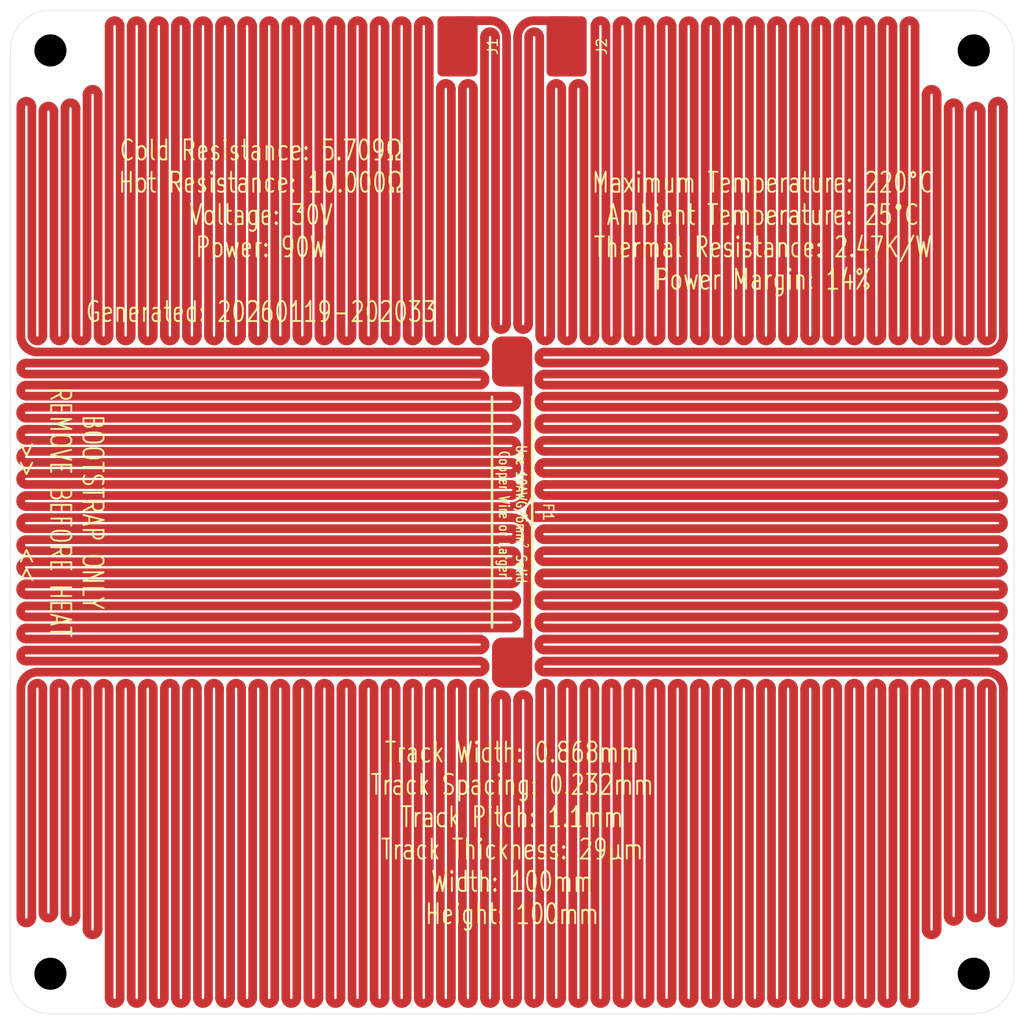
<source format=kicad_pcb>
(kicad_pcb (version 20241229) (generator "pcbnew") (generator_version "9.0")
  (layers (0 "F.Cu" signal) (2 "B.Cu" signal) (13 "F.Paste" user) (15 "B.Paste" user) (5 "F.SilkS" user "F.Silkscreen") (7 "B.SilkS" user "B.Silkscreen") (1 "F.Mask" user) (3 "B.Mask" user) (25 "Edge.Cuts" user))
  (net 0 "")
  (net 1 "Net-(J2-Pin_1)")
  (net 2 "Net-(J1-Pin_1)")
  (footprint "blg:MountingHole_3.2mm_M3_NoPad_TopLarge" (layer "F.Cu") (at 151 59)
    (property "Reference" "REF**" (hide yes))
    (property "Value" "MountingHole_3.2mm_M3_NoPad_TopLarge" (hide yes))
    (pad "" np_thru_hole circle (at 0 0) (size 7.6 7.6) (drill 3.2) (layers))
  )
  (footprint "Hotplate:SMD_PowerConnection_4x6mm" (layer "F.Cu") (at 110.433999 58.6 -90)
    (property "Reference" "J2" (at 0 -3.5 270) (layer "F.SilkS"))
    (property "Value" "Hotplate_Power_Connection" (hide yes))
    (pad "1" smd roundrect (at 0 0 270) (size 6 4) (layers "F.Cu" "F.Mask" "F.Paste") (roundrect_rratio 0.125) (net 1 "Net-(J2-Pin_1)"))
  )
  (footprint "blg:MountingHole_3.2mm_M3_NoPad_TopLarge" (layer "F.Cu") (at 59 151)
    (property "Reference" "REF**" (hide yes))
    (property "Value" "MountingHole_3.2mm_M3_NoPad_TopLarge" (hide yes))
    (pad "" np_thru_hole circle (at 0 0) (size 7.6 7.6) (drill 3.2) (layers))
  )
  (footprint "blg:MountingHole_3.2mm_M3_NoPad_TopLarge" (layer "F.Cu") (at 151 151)
    (property "Reference" "REF**" (hide yes))
    (property "Value" "MountingHole_3.2mm_M3_NoPad_TopLarge" (hide yes))
    (pad "" np_thru_hole circle (at 0 0) (size 7.6 7.6) (drill 3.2) (layers))
  )
  (footprint "Hotplate:SMD_PowerConnection_4x6mm" (layer "F.Cu") (at 99.566 58.6 -90)
    (property "Reference" "J1" (at 0 -3.5 270) (layer "F.SilkS"))
    (property "Value" "Hotplate_Power_Connection" (hide yes))
    (pad "1" smd roundrect (at 0 0 270) (size 6 4) (layers "F.Cu" "F.Mask" "F.Paste") (roundrect_rratio 0.125) (net 2 "Net-(J1-Pin_1)"))
  )
  (footprint "Hotplate:Thermal Fuse, SN100C, Front, 35mm" (layer "F.Cu") (at 105 105 -90)
    (property "Reference" "F1" (at 0 -3.6 270) (layer "F.SilkS"))
    (property "Value" "~")
    (fp_line (start -11.5 2) (end 11.5 2) (stroke (width 0.25)) (layer "F.SilkS"))
    (fp_line (start -11.5 -2) (end 11.5 -2) (stroke (width 0.25)) (layer "F.SilkS"))
    (fp_text user "Use 10AWG/6mm  Solid" (at 0.2 -0.9 270) (layer "F.SilkS") (effects (font (size 1 0.75))))
    (fp_text user "2" (at 3.35 -1.3 270) (layer "F.SilkS") (effects (font (size 0.6 0.4) (thickness 0.1))))
    (fp_text user "Copper Wire or Larger" (at 0.2 0.8 270) (layer "F.SilkS") (effects (font (size 1 0.75))))
    (pad "1" smd roundrect (at -15 0 270) (size 5 4) (layers "F.Cu" "F.Mask") (net 2 "Net-(J1-Pin_1)"))
    (pad "2" smd roundrect (at 15 0 270) (size 5 4) (layers "F.Cu" "F.Mask") (net 1 "Net-(J2-Pin_1)"))
  )
  (footprint "blg:MountingHole_3.2mm_M3_NoPad_TopLarge" (layer "F.Cu") (at 59 59)
    (property "Reference" "REF**" (hide yes))
    (property "Value" "MountingHole_3.2mm_M3_NoPad_TopLarge" (hide yes))
    (pad "" np_thru_hole circle (at 0 0) (size 7.6 7.6) (drill 3.2) (layers))
  )
  (gr_arc (start 55 59) (mid 56.171573 56.171573) (end 59 55) (stroke (width 0.05)) (layer "Edge.Cuts"))
  (gr_line (start 155 59) (end 155 151) (stroke (width 0.05)) (layer "Edge.Cuts"))
  (gr_arc (start 59 155) (mid 56.171573 153.828427) (end 55 151) (stroke (width 0.05)) (layer "Edge.Cuts"))
  (gr_line (start 59 155) (end 151 155) (stroke (width 0.05)) (layer "Edge.Cuts"))
  (gr_line (start 55 59) (end 55 151) (stroke (width 0.05)) (layer "Edge.Cuts"))
  (gr_arc (start 155 151) (mid 153.828427 153.828427) (end 151 155) (stroke (width 0.05)) (layer "Edge.Cuts"))
  (gr_arc (start 151 55) (mid 153.828427 56.171573) (end 155 59) (stroke (width 0.05)) (layer "Edge.Cuts"))
  (gr_line (start 59 55) (end 151 55) (stroke (width 0.05)) (layer "Edge.Cuts"))
  (gr_text "Track Width: 0.868mm\nTrack Spacing: 0.232mm\nTrack Pitch: 1.1mm\nTrack Thickness: 29µm\nWidth: 100mm\nHeight: 100mm" (at 105 137 0) (layer "F.SilkS") (effects (font (size 2 1.5) (thickness 0.1875))))
  (gr_text "Maximum Temperature: 220°C\nAmbient Temperature: 25°C\nThermal Resistance: 2.47K/W\nPower Margin: 14%" (at 130 77 0) (layer "F.SilkS") (effects (font (size 2 1.5) (thickness 0.1875))))
  (gr_text "BOOTSTRAP ONLY\nREMOVE BEFORE HEAT\n>>      <<" (at 55.6 105 270) (layer "F.SilkS") (effects (font (size 2 1.5) (thickness 0.1875)) (justify bottom)))
  (gr_text "Cold Resistance: 5.709Ω\nHot Resistance: 10.000Ω\nVoltage: 30V\nPower: 90W\n\nGenerated: 20260119-202033" (at 80 77 0) (layer "F.SilkS") (effects (font (size 2 1.5) (thickness 0.1875))))
  (segment (start 115.45 87.399999) (end 115.45 56.583999) (width 0.868) (layer "F.Cu") (net 1))
  (segment (start 153.416 104.45) (end 107.375674 104.45) (width 0.868) (layer "F.Cu") (net 1))
  (segment (start 70.35 122.6) (end 70.35 153.416) (width 0.868) (layer "F.Cu") (net 1))
  (segment (start 56.583999 109.949999) (end 104.916 109.949999) (width 0.868) (layer "F.Cu") (net 1))
  (segment (start 146.25 146.5762) (end 146.25 122.6) (width 0.868) (layer "F.Cu") (net 1))
  (segment (start 73.649999 153.416) (end 73.649999 122.6) (width 0.868) (layer "F.Cu") (net 1))
  (segment (start 57.15 122.6) (end 57.15 145.39197) (width 0.868) (layer "F.Cu") (net 1))
  (segment (start 107.75 57.683999) (end 107.75 87.399999) (width 0.868) (layer "F.Cu") (net 1))
  (segment (start 108.85 153.416) (end 108.85 122.6) (width 0.868) (layer "F.Cu") (net 1))
  (segment (start 148.45 87.399999) (end 148.45 64.762811) (width 0.868) (layer "F.Cu") (net 1))
  (segment (start 108.216 96.749999) (end 153.416 96.749999) (width 0.868) (layer "F.Cu") (net 1))
  (segment (start 108.216 109.949999) (end 153.416 109.949999) (width 0.868) (layer "F.Cu") (net 1))
  (segment (start 108.216 101.149999) (end 153.416 101.149999) (width 0.868) (layer "F.Cu") (net 1))
  (segment (start 83.55 122.6) (end 83.55 153.416) (width 0.868) (layer "F.Cu") (net 1))
  (segment (start 82.449999 153.416) (end 82.449999 122.6) (width 0.868) (layer "F.Cu") (net 1))
  (segment (start 124.25 153.416) (end 124.25 122.6) (width 0.868) (layer "F.Cu") (net 1))
  (segment (start 79.149999 122.6) (end 79.149999 153.416) (width 0.868) (layer "F.Cu") (net 1))
  (segment (start 104.916 115.45) (end 56.583999 115.45) (width 0.868) (layer "F.Cu") (net 1))
  (segment (start 138.55 122.6) (end 138.55 153.416) (width 0.868) (layer "F.Cu") (net 1))
  (segment (start 105.55 123.734) (end 105.55 153.416) (width 0.868) (layer "F.Cu") (net 1))
  (segment (start 139.65 87.399999) (end 139.65 56.583999) (width 0.868) (layer "F.Cu") (net 1))
  (segment (start 152.85 87.399999) (end 152.85 64.608029) (width 0.868) (layer "F.Cu") (net 1))
  (segment (start 149.549999 122.6) (end 149.549999 145.237188) (width 0.868) (layer "F.Cu") (net 1))
  (segment (start 56.05 145.39197) (end 56.05 122.6) (width 0.868) (layer "F.Cu") (net 1))
  (segment (start 105.55 57.683999) (end 105.55 86.265999) (width 0.868) (layer "F.Cu") (net 1))
  (segment (start 108.216 103.35) (end 153.416 103.35) (width 0.868) (layer "F.Cu") (net 1))
  (segment (start 147.35 63.423799) (end 147.35 87.399999) (width 0.868) (layer "F.Cu") (net 1))
  (segment (start 122.05 87.399999) (end 122.05 56.583999) (width 0.868) (layer "F.Cu") (net 1))
  (segment (start 153.416 106.649999) (end 108.216 106.649999) (width 0.868) (layer "F.Cu") (net 1))
  (segment (start 116.55 122.6) (end 116.55 153.416) (width 0.868) (layer "F.Cu") (net 1))
  (segment (start 131.949999 122.6) (end 131.949999 153.416) (width 0.868) (layer "F.Cu") (net 1))
  (segment (start 65.949999 122.6) (end 65.949999 153.416) (width 0.868) (layer "F.Cu") (net 1))
  (segment (start 153.416 100.05) (end 108.216 100.05) (width 0.868) (layer "F.Cu") (net 1))
  (segment (start 108.85 87.399999) (end 108.85 62.833999) (width 0.868) (layer "F.Cu") (net 1))
  (segment (start 138.55 56.583999) (end 138.55 87.399999) (width 0.868) (layer "F.Cu") (net 1))
  (segment (start 114.35 122.6) (end 114.35 153.416) (width 0.868) (layer "F.Cu") (net 1))
  (segment (start 103.35 123.734) (end 103.35 153.416) (width 0.868) (layer "F.Cu") (net 1))
  (segment (start 101.765999 119.85) (end 56.583999 119.85) (width 0.868) (layer "F.Cu") (net 1))
  (segment (start 146.25 87.399999) (end 146.25 63.423799) (width 0.868) (layer "F.Cu") (net 1))
  (segment (start 114.35 56.583999) (end 114.35 87.399999) (width 0.868) (layer "F.Cu") (net 1))
  (segment (start 153.416 93.449999) (end 108.216 93.449999) (width 0.868) (layer "F.Cu") (net 1))
  (segment (start 130.85 153.416) (end 130.85 122.6) (width 0.868) (layer "F.Cu") (net 1))
  (segment (start 131.949999 56.583999) (end 131.949999 87.399999) (width 0.868) (layer "F.Cu") (net 1))
  (segment (start 151.75 65.09672) (end 151.75 87.399999) (width 0.868) (layer "F.Cu") (net 1))
  (segment (start 153.416 95.65) (end 108.216 95.65) (width 0.868) (layer "F.Cu") (net 1))
  (segment (start 108.216 120.949999) (end 152.299999 120.949999) (width 0.868) (layer "F.Cu") (net 1))
  (segment (start 80.25 153.416) (end 80.25 122.6) (width 0.868) (layer "F.Cu") (net 1))
  (segment (start 104.916 111.05) (end 56.583999 111.05) (width 0.868) (layer "F.Cu") (net 1))
  (segment (start 125.35 56.583999) (end 125.35 87.399999) (width 0.868) (layer "F.Cu") (net 1))
  (segment (start 86.85 153.416) (end 86.85 122.6) (width 0.868) (layer "F.Cu") (net 1))
  (segment (start 104.916 108.85) (end 56.583999 108.85) (width 0.868) (layer "F.Cu") (net 1))
  (segment (start 119.85 87.399999) (end 119.85 56.583999) (width 0.868) (layer "F.Cu") (net 1))
  (segment (start 125.35 122.6) (end 125.35 153.416) (width 0.868) (layer "F.Cu") (net 1))
  (segment (start 113.249999 87.399999) (end 113.249999 56.583999) (width 0.868) (layer "F.Cu") (net 1))
  (segment (start 108.216 118.75) (end 153.416 118.75) (width 0.868) (layer "F.Cu") (net 1))
  (segment (start 81.35 122.6) (end 81.35 153.416) (width 0.868) (layer "F.Cu") (net 1))
  (segment (start 137.45 87.399999) (end 137.45 56.583999) (width 0.868) (layer "F.Cu") (net 1))
  (segment (start 102.25 153.416) (end 102.25 122.6) (width 0.868) (layer "F.Cu") (net 1))
  (segment (start 149.549999 64.762811) (end 149.549999 87.399999) (width 0.868) (layer "F.Cu") (net 1))
  (segment (start 153.416 113.249999) (end 108.216 113.249999) (width 0.868) (layer "F.Cu") (net 1))
  (segment (start 111.05 87.399999) (end 111.05 62.834) (width 0.868) (layer "F.Cu") (net 1))
  (segment (start 107.75 122.6) (end 107.75 153.416) (width 0.868) (layer "F.Cu") (net 1))
  (segment (start 59.35 122.6) (end 59.35 144.903279) (width 0.868) (layer "F.Cu") (net 1))
  (segment (start 134.149999 56.583999) (end 134.149999 87.399999) (width 0.868) (layer "F.Cu") (net 1))
  (segment (start 112.15 122.6) (end 112.15 153.416) (width 0.868) (layer "F.Cu") (net 1))
  (segment (start 63.75 122.6) (end 63.75 146.5762) (width 0.868) (layer "F.Cu") (net 1))
  (segment (start 69.249999 153.416) (end 69.249999 122.6) (width 0.868) (layer "F.Cu") (net 1))
  (segment (start 120.949999 56.583999) (end 120.949999 87.399999) (width 0.868) (layer "F.Cu") (net 1))
  (segment (start 108.216 114.35) (end 153.416 114.35) (width 0.868) (layer "F.Cu") (net 1))
  (segment (start 136.35 122.6) (end 136.35 153.416) (width 0.868) (layer "F.Cu") (net 1))
  (segment (start 98.95 122.6) (end 98.95 153.416) (width 0.868) (layer "F.Cu") (net 1))
  (segment (start 56.583999 105.55) (end 104.916 105.55) (width 0.868) (layer "F.Cu") (net 1))
  (segment (start 124.25 87.399999) (end 124.25 56.583999) (width 0.868) (layer "F.Cu") (net 1))
  (segment (start 153.416 97.85) (end 108.216 97.85) (width 0.868) (layer "F.Cu") (net 1))
  (segment (start 62.65 146.5762) (end 62.65 122.6) (width 0.868) (layer "F.Cu") (net 1))
  (segment (start 104.45 153.416) (end 104.45 123.734) (width 0.868) (layer "F.Cu") (net 1))
  (segment (start 127.55 122.6) (end 127.55 153.416) (width 0.868) (layer "F.Cu") (net 1))
  (segment (start 152.299999 89.049999) (end 108.216 89.05) (width 0.868) (layer "F.Cu") (net 1))
  (segment (start 56.583999 107.75) (end 104.916 107.75) (width 0.868) (layer "F.Cu") (net 1))
  (segment (start 84.65 153.416) (end 84.65 122.6) (width 0.868) (layer "F.Cu") (net 1))
  (segment (start 140.75 56.583999) (end 140.75 87.399999) (width 0.868) (layer "F.Cu") (net 1))
  (segment (start 144.049999 153.416) (end 144.049999 122.6) (width 0.868) (layer "F.Cu") (net 1))
  (segment (start 135.249999 87.399999) (end 135.249999 56.583999) (width 0.868) (layer "F.Cu") (net 1))
  (segment (start 135.249999 153.416) (end 135.249999 122.6) (width 0.868) (layer "F.Cu") (net 1))
  (segment (start 100.05 153.416) (end 100.05 122.6) (width 0.868) (layer "F.Cu") (net 1))
  (segment (start 74.75 122.6) (end 74.75 153.416) (width 0.868) (layer "F.Cu") (net 1))
  (segment (start 153.416 102.25) (end 108.216 102.25) (width 0.868) (layer "F.Cu") (net 1))
  (segment (start 130.85 87.399999) (end 130.85 56.583999) (width 0.868) (layer "F.Cu") (net 1))
  (segment (start 108.216 90.149999) (end 153.416 90.149999) (width 0.868) (layer "F.Cu") (net 1))
  (segment (start 58.249999 144.903279) (end 58.249999 122.6) (width 0.868) (layer "F.Cu") (net 1))
  (segment (start 64.849999 153.416) (end 64.849999 122.6) (width 0.868) (layer "F.Cu") (net 1))
  (segment (start 153.416 119.85) (end 108.216 119.85) (width 0.868) (layer "F.Cu") (net 1))
  (segment (start 116.55 56.583999) (end 116.55 87.399999) (width 0.868) (layer "F.Cu") (net 1))
  (segment (start 106.565999 120) (end 106.565999 107.199999) (width 0.868) (layer "F.Cu") (net 1))
  (segment (start 150.65 144.903279) (end 150.65 122.6) (width 0.868) (layer "F.Cu") (net 1))
  (segment (start 75.85 153.416) (end 75.85 122.6) (width 0.868) (layer "F.Cu") (net 1))
  (segment (start 153.416 115.45) (end 108.216 115.45) (width 0.868) (layer "F.Cu") (net 1))
  (segment (start 142.95 56.583999) (end 142.95 87.399999) (width 0.868) (layer "F.Cu") (net 1))
  (segment (start 56.583999 114.35) (end 104.916 114.35) (width 0.868) (layer "F.Cu") (net 1))
  (segment (start 140.75 122.6) (end 140.75 153.416) (width 0.868) (layer "F.Cu") (net 1))
  (segment (start 95.65 153.416) (end 95.65 122.6) (width 0.868) (layer "F.Cu") (net 1))
  (segment (start 126.45 87.399999) (end 126.45 56.583999) (width 0.868) (layer "F.Cu") (net 1))
  (segment (start 118.75 56.583999) (end 118.75 87.399999) (width 0.868) (layer "F.Cu") (net 1))
  (segment (start 147.35 122.6) (end 147.35 146.5762) (width 0.868) (layer "F.Cu") (net 1))
  (segment (start 108.216 107.75) (end 153.416 107.75) (width 0.868) (layer "F.Cu") (net 1))
  (segment (start 78.05 153.416) (end 78.05 122.6) (width 0.868) (layer "F.Cu") (net 1))
  (segment (start 128.649999 87.399999) (end 128.649999 56.583999) (width 0.868) (layer "F.Cu") (net 1))
  (segment (start 153.95 64.608029) (end 153.95 87.399999) (width 0.868) (layer "F.Cu") (net 1))
  (segment (start 92.35 122.6) (end 92.35 153.416) (width 0.868) (layer "F.Cu") (net 1))
  (segment (start 67.05 153.416) (end 67.05 122.6) (width 0.868) (layer "F.Cu") (net 1))
  (segment (start 118.75 122.6) (end 118.75 153.416) (width 0.868) (layer "F.Cu") (net 1))
  (segment (start 111.05 153.416) (end 111.05 122.6) (width 0.868) (layer "F.Cu") (net 1))
  (segment (start 115.45 153.416) (end 115.45 122.6) (width 0.868) (layer "F.Cu") (net 1))
  (segment (start 97.85 153.416) (end 97.85 122.6) (width 0.868) (layer "F.Cu") (net 1))
  (segment (start 76.949999 122.6) (end 76.949999 153.416) (width 0.868) (layer "F.Cu") (net 1))
  (segment (start 139.65 153.416) (end 139.65 122.6) (width 0.868) (layer "F.Cu") (net 1))
  (segment (start 145.15 56.583999) (end 145.15 87.399999) (width 0.868) (layer "F.Cu") (net 1))
  (segment (start 134.149999 122.6) (end 134.149999 153.416) (width 0.868) (layer "F.Cu") (net 1))
  (segment (start 112.15 62.834) (end 112.15 87.399999) (width 0.868) (layer "F.Cu") (net 1))
  (segment (start 90.149999 122.6) (end 90.149999 153.416) (width 0.868) (layer "F.Cu") (net 1))
  (segment (start 145.15 122.6) (end 145.15 153.416) (width 0.868) (layer "F.Cu") (net 1))
  (segment (start 129.75 122.6) (end 129.75 153.416) (width 0.868) (layer "F.Cu") (net 1))
  (segment (start 91.25 153.416) (end 91.25 122.6) (width 0.868) (layer "F.Cu") (net 1))
  (segment (start 85.75 122.6) (end 85.75 153.416) (width 0.868) (layer "F.Cu") (net 1))
  (segment (start 60.449999 145.237188) (end 60.449999 122.6) (width 0.868) (layer "F.Cu") (net 1))
  (segment (start 56.583999 112.15) (end 104.916 112.15) (width 0.868) (layer "F.Cu") (net 1))
  (segment (start 109.949999 62.833999) (end 109.949999 87.399999) (width 0.868) (layer "F.Cu") (net 1))
  (segment (start 71.45 153.416) (end 71.45 122.6) (width 0.868) (layer "F.Cu") (net 1))
  (segment (start 107.375674 105.55) (end 153.416 105.55) (width 0.868) (layer "F.Cu") (net 1))
  (segment (start 87.95 122.6) (end 87.95 153.416) (width 0.868) (layer "F.Cu") (net 1))
  (segment (start 126.45 153.416) (end 126.45 122.6) (width 0.868) (layer "F.Cu") (net 1))
  (segment (start 144.049999 87.399999) (end 144.049999 56.583999) (width 0.868) (layer "F.Cu") (net 1))
  (segment (start 119.85 153.416) (end 119.85 122.6) (width 0.868) (layer "F.Cu") (net 1))
  (segment (start 68.15 122.6) (end 68.15 153.416) (width 0.868) (layer "F.Cu") (net 1))
  (segment (start 101.765999 117.649999) (end 56.583999 117.649999) (width 0.868) (layer "F.Cu") (net 1))
  (segment (start 133.05 153.416) (end 133.05 122.6) (width 0.868) (layer "F.Cu") (net 1))
  (segment (start 106.649999 153.416) (end 106.649999 123.734) (width 0.868) (layer "F.Cu") (net 1))
  (segment (start 123.149999 56.583999) (end 123.149999 87.399999) (width 0.868) (layer "F.Cu") (net 1))
  (segment (start 152.85 145.39197) (end 152.85 122.6) (width 0.868) (layer "F.Cu") (net 1))
  (segment (start 93.449999 153.416) (end 93.449999 122.6) (width 0.868) (layer "F.Cu") (net 1))
  (segment (start 148.45 145.237188) (end 148.45 122.6) (width 0.868) (layer "F.Cu") (net 1))
  (segment (start 127.55 56.583999) (end 127.55 87.399999) (width 0.868) (layer "F.Cu") (net 1))
  (segment (start 109.949999 122.6) (end 109.949999 153.416) (width 0.868) (layer "F.Cu") (net 1))
  (segment (start 61.55 122.6) (end 61.55 145.237188) (width 0.868) (layer "F.Cu") (net 1))
  (segment (start 117.649999 153.416) (end 117.649999 122.6) (width 0.868) (layer "F.Cu") (net 1))
  (segment (start 56.583999 118.75) (end 101.765999 118.75) (width 0.868) (layer "F.Cu") (net 1))
  (segment (start 153.416 108.85) (end 108.216 108.85) (width 0.868) (layer "F.Cu") (net 1))
  (segment (start 151.75 122.6) (end 151.75 144.903279) (width 0.868) (layer "F.Cu") (net 1))
  (segment (start 108.216 94.55) (end 153.416 94.55) (width 0.868) (layer "F.Cu") (net 1))
  (segment (start 117.649999 87.399999) (end 117.649999 56.583999) (width 0.868) (layer "F.Cu") (net 1))
  (segment (start 108.216 98.95) (end 153.416 98.95) (width 0.868) (layer "F.Cu") (net 1))
  (segment (start 128.649999 153.416) (end 128.649999 122.6) (width 0.868) (layer "F.Cu") (net 1))
  (segment (start 101.149999 122.6) (end 101.149999 153.416) (width 0.868) (layer "F.Cu") (net 1))
  (segment (start 142.95 122.6) (end 142.95 153.416) (width 0.868) (layer "F.Cu") (net 1))
  (segment (start 133.05 87.399999) (end 133.05 56.583999) (width 0.868) (layer "F.Cu") (net 1))
  (segment (start 108.216 92.35) (end 153.416 92.35) (width 0.868) (layer "F.Cu") (net 1))
  (segment (start 108.216 112.15) (end 153.416 112.15) (width 0.868) (layer "F.Cu") (net 1))
  (segment (start 141.85 153.416) (end 141.85 122.6) (width 0.868) (layer "F.Cu") (net 1))
  (segment (start 89.05 153.416) (end 89.05 122.6) (width 0.868) (layer "F.Cu") (net 1))
  (segment (start 56.583999 116.55) (end 104.916 116.55) (width 0.868) (layer "F.Cu") (net 1))
  (segment (start 123.149999 122.6) (end 123.149999 153.416) (width 0.868) (layer "F.Cu") (net 1))
  (segment (start 104.916 113.249999) (end 56.583999 113.249999) (width 0.868) (layer "F.Cu") (net 1))
  (segment (start 106.649999 86.265999) (end 106.649999 57.683999) (width 0.868) (layer "F.Cu") (net 1))
  (segment (start 94.55 122.6) (end 94.55 153.416) (width 0.868) (layer "F.Cu") (net 1))
  (segment (start 57.699999 120.949999) (end 101.765999 120.949999) (width 0.868) (layer "F.Cu") (net 1))
  (segment (start 153.416 117.649999) (end 108.216 117.649999) (width 0.868) (layer "F.Cu") (net 1))
  (segment (start 150.65 87.399999) (end 150.65 65.09672) (width 0.868) (layer "F.Cu") (net 1))
  (segment (start 120.949999 122.6) (end 120.949999 153.416) (width 0.868) (layer "F.Cu") (net 1))
  (segment (start 113.249999 153.416) (end 113.249999 122.6) (width 0.868) (layer "F.Cu") (net 1))
  (segment (start 137.45 153.416) (end 137.45 122.6) (width 0.868) (layer "F.Cu") (net 1))
  (segment (start 153.416 91.25) (end 108.216 91.25) (width 0.868) (layer "F.Cu") (net 1))
  (segment (start 110.433999 56.034) (end 107.199999 56.034) (width 0.868) (layer "F.Cu") (net 1))
  (segment (start 153.416 111.05) (end 108.216 111.05) (width 0.868) (layer "F.Cu") (net 1))
  (segment (start 141.85 87.399999) (end 141.85 56.583999) (width 0.868) (layer "F.Cu") (net 1))
  (segment (start 129.75 56.583999) (end 129.75 87.399999) (width 0.868) (layer "F.Cu") (net 1))
  (segment (start 72.55 122.6) (end 72.55 153.416) (width 0.868) (layer "F.Cu") (net 1))
  (segment (start 122.05 153.416) (end 122.05 122.6) (width 0.868) (layer "F.Cu") (net 1))
  (segment (start 136.35 56.583999) (end 136.35 87.399999) (width 0.868) (layer "F.Cu") (net 1))
  (segment (start 108.216 116.55) (end 153.416 116.55) (width 0.868) (layer "F.Cu") (net 1))
  (segment (start 96.749999 122.6) (end 96.749999 153.416) (width 0.868) (layer "F.Cu") (net 1))
  (segment (start 153.95 122.6) (end 153.95 145.39197) (width 0.868) (layer "F.Cu") (net 1))
  (segment (start 104.916 106.649999) (end 56.583999 106.649999) (width 0.868) (layer "F.Cu") (net 1))
  (arc (start 117.649999 56.583999) (mid 118.2 56.034) (end 118.75 56.583999) (width 0.868) (layer "F.Cu") (net 1))
  (arc (start 151.75 144.903279) (mid 151.2 145.453279) (end 150.65 144.903279) (width 0.868) (layer "F.Cu") (net 1))
  (arc (start 104.916 107.75) (mid 105.466 107.199999) (end 104.916 106.649999) (width 0.868) (layer "F.Cu") (net 1))
  (arc (start 126.45 56.583999) (mid 127 56.034) (end 127.55 56.583999) (width 0.868) (layer "F.Cu") (net 1))
  (arc (start 116.55 153.416) (mid 115.999999 153.965999) (end 115.45 153.416) (width 0.868) (layer "F.Cu") (net 1))
  (arc (start 138.55 87.399999) (mid 139.1 87.95) (end 139.65 87.399999) (width 0.868) (layer "F.Cu") (net 1))
  (arc (start 56.583999 106.649999) (mid 56.034 106.1) (end 56.583999 105.55) (width 0.868) (layer "F.Cu") (net 1))
  (arc (start 124.25 122.6) (mid 123.699999 122.05) (end 123.149999 122.6) (width 0.868) (layer "F.Cu") (net 1))
  (arc (start 141.85 122.6) (mid 141.299999 122.05) (end 140.75 122.6) (width 0.868) (layer "F.Cu") (net 1))
  (arc (start 153.416 105.55) (mid 153.965999 106.1) (end 153.416 106.649999) (width 0.868) (layer "F.Cu") (net 1))
  (arc (start 85.75 153.416) (mid 85.2 153.965999) (end 84.65 153.416) (width 0.868) (layer "F.Cu") (net 1))
  (arc (start 153.416 103.35) (mid 153.965999 103.899999) (end 153.416 104.45) (width 0.868) (layer "F.Cu") (net 1))
  (arc (start 108.85 62.833999) (mid 109.399999 62.284) (end 109.949999 62.833999) (width 0.868) (layer "F.Cu") (net 1))
  (arc (start 148.45 64.762811) (mid 149 64.212811) (end 149.549999 64.762811) (width 0.868) (layer "F.Cu") (net 1))
  (arc (start 104.916 114.35) (mid 105.466 113.8) (end 104.916 113.249999) (width 0.868) (layer "F.Cu") (net 1))
  (arc (start 105.55 57.683999) (mid 106.033273 56.517273) (end 107.199999 56.034) (width 0.868) (layer "F.Cu") (net 1))
  (arc (start 153.95 87.399999) (mid 153.466726 88.566726) (end 152.299999 89.049999) (width 0.868) (layer "F.Cu") (net 1))
  (arc (start 95.65 122.6) (mid 95.1 122.05) (end 94.55 122.6) (width 0.868) (layer "F.Cu") (net 1))
  (arc (start 130.85 122.6) (mid 130.3 122.05) (end 129.75 122.6) (width 0.868) (layer "F.Cu") (net 1))
  (arc (start 140.75 87.399999) (mid 141.299999 87.95) (end 141.85 87.399999) (width 0.868) (layer "F.Cu") (net 1))
  (arc (start 68.15 153.416) (mid 67.6 153.965999) (end 67.05 153.416) (width 0.868) (layer "F.Cu") (net 1))
  (arc (start 75.85 122.6) (mid 75.3 122.05) (end 74.75 122.6) (width 0.868) (layer "F.Cu") (net 1))
  (arc (start 67.05 122.6) (mid 66.5 122.05) (end 65.949999 122.6) (width 0.868) (layer "F.Cu") (net 1))
  (arc (start 150.65 65.09672) (mid 151.2 64.54672) (end 151.75 65.09672) (width 0.868) (layer "F.Cu") (net 1))
  (arc (start 145.15 87.399999) (mid 145.7 87.95) (end 146.25 87.399999) (width 0.868) (layer "F.Cu") (net 1))
  (arc (start 108.85 122.6) (mid 108.3 122.05) (end 107.75 122.6) (width 0.868) (layer "F.Cu") (net 1))
  (arc (start 131.949999 153.416) (mid 131.399999 153.965999) (end 130.85 153.416) (width 0.868) (layer "F.Cu") (net 1))
  (arc (start 107.375674 104.45) (mid 106.825674 105) (end 107.375674 105.55) (width 0.868) (layer "F.Cu") (net 1))
  (arc (start 120.949999 153.416) (mid 120.399999 153.965999) (end 119.85 153.416) (width 0.868) (layer "F.Cu") (net 1))
  (arc (start 69.249999 122.6) (mid 68.7 122.05) (end 68.15 122.6) (width 0.868) (layer "F.Cu") (net 1))
  (arc (start 108.216 100.05) (mid 107.666 100.6) (end 108.216 101.149999) (width 0.868) (layer "F.Cu") (net 1))
  (arc (start 113.249999 56.583999) (mid 113.8 56.034) (end 114.35 56.583999) (width 0.868) (layer "F.Cu") (net 1))
  (arc (start 89.05 122.6) (mid 88.5 122.05) (end 87.95 122.6) (width 0.868) (layer "F.Cu") (net 1))
  (arc (start 108.216 113.249999) (mid 107.666 113.8) (end 108.216 114.35) (width 0.868) (layer "F.Cu") (net 1))
  (arc (start 136.35 87.399999) (mid 136.9 87.95) (end 137.45 87.399999) (width 0.868) (layer "F.Cu") (net 1))
  (arc (start 153.416 114.35) (mid 153.965999 114.899999) (end 153.416 115.45) (width 0.868) (layer "F.Cu") (net 1))
  (arc (start 153.416 90.149999) (mid 153.965999 90.699999) (end 153.416 91.25) (width 0.868) (layer "F.Cu") (net 1))
  (arc (start 108.216 111.05) (mid 107.666 111.6) (end 108.216 112.15) (width 0.868) (layer "F.Cu") (net 1))
  (arc (start 87.95 153.416) (mid 87.399999 153.965999) (end 86.85 153.416) (width 0.868) (layer "F.Cu") (net 1))
  (arc (start 125.35 87.399999) (mid 125.899999 87.95) (end 126.45 87.399999) (width 0.868) (layer "F.Cu") (net 1))
  (arc (start 91.25 122.6) (mid 90.699999 122.05) (end 90.149999 122.6) (width 0.868) (layer "F.Cu") (net 1))
  (arc (start 146.25 122.6) (mid 145.7 122.05) (end 145.15 122.6) (width 0.868) (layer "F.Cu") (net 1))
  (arc (start 107.75 153.416) (mid 107.199999 153.965999) (end 106.649999 153.416) (width 0.868) (layer "F.Cu") (net 1))
  (arc (start 137.45 122.6) (mid 136.9 122.05) (end 136.35 122.6) (width 0.868) (layer "F.Cu") (net 1))
  (arc (start 153.416 112.15) (mid 153.965999 112.699999) (end 153.416 113.249999) (width 0.868) (layer "F.Cu") (net 1))
  (arc (start 56.583999 117.649999) (mid 56.034 117.1) (end 56.583999 116.55) (width 0.868) (layer "F.Cu") (net 1))
  (arc (start 127.55 153.416) (mid 127 153.965999) (end 126.45 153.416) (width 0.868) (layer "F.Cu") (net 1))
  (arc (start 108.216 97.85) (mid 107.666 98.4) (end 108.216 98.95) (width 0.868) (layer "F.Cu") (net 1))
  (arc (start 100.05 122.6) (mid 99.499999 122.05) (end 98.95 122.6) (width 0.868) (layer "F.Cu") (net 1))
  (arc (start 103.35 153.416) (mid 102.799999 153.965999) (end 102.25 153.416) (width 0.868) (layer "F.Cu") (net 1))
  (arc (start 135.249999 56.583999) (mid 135.8 56.034) (end 136.35 56.583999) (width 0.868) (layer "F.Cu") (net 1))
  (arc (start 56.583999 108.85) (mid 56.034 108.3) (end 56.583999 107.75) (width 0.868) (layer "F.Cu") (net 1))
  (arc (start 70.35 153.416) (mid 69.8 153.965999) (end 69.249999 153.416) (width 0.868) (layer "F.Cu") (net 1))
  (arc (start 153.416 96.749999) (mid 153.965999 97.3) (end 153.416 97.85) (width 0.868) (layer "F.Cu") (net 1))
  (arc (start 80.25 122.6) (mid 79.699999 122.05) (end 79.149999 122.6) (width 0.868) (layer "F.Cu") (net 1))
  (arc (start 105.55 153.416) (mid 105 153.965999) (end 104.45 153.416) (width 0.868) (layer "F.Cu") (net 1))
  (arc (start 133.05 56.583999) (mid 133.6 56.034) (end 134.149999 56.583999) (width 0.868) (layer "F.Cu") (net 1))
  (arc (start 108.216 91.25) (mid 107.666 91.8) (end 108.216 92.35) (width 0.868) (layer "F.Cu") (net 1))
  (arc (start 74.75 153.416) (mid 74.2 153.965999) (end 73.649999 153.416) (width 0.868) (layer "F.Cu") (net 1))
  (arc (start 153.416 107.75) (mid 153.965999 108.3) (end 153.416 108.85) (width 0.868) (layer "F.Cu") (net 1))
  (arc (start 151.75 87.399999) (mid 152.299999 87.95) (end 152.85 87.399999) (width 0.868) (layer "F.Cu") (net 1))
  (arc (start 120.949999 87.399999) (mid 121.5 87.95) (end 122.05 87.399999) (width 0.868) (layer "F.Cu") (net 1))
  (arc (start 93.449999 122.6) (mid 92.899999 122.05) (end 92.35 122.6) (width 0.868) (layer "F.Cu") (net 1))
  (arc (start 106.649999 123.734) (mid 106.1 123.183999) (end 105.55 123.734) (width 0.868) (layer "F.Cu") (net 1))
  (arc (start 61.55 145.237188) (mid 61 145.787188) (end 60.449999 145.237188) (width 0.868) (layer "F.Cu") (net 1))
  (arc (start 123.149999 87.399999) (mid 123.699999 87.95) (end 124.25 87.399999) (width 0.868) (layer "F.Cu") (net 1))
  (arc (start 142.95 153.416) (mid 142.4 153.965999) (end 141.85 153.416) (width 0.868) (layer "F.Cu") (net 1))
  (arc (start 116.55 87.399999) (mid 117.1 87.95) (end 117.649999 87.399999) (width 0.868) (layer "F.Cu") (net 1))
  (arc (start 133.05 122.6) (mid 132.5 122.05) (end 131.949999 122.6) (width 0.868) (layer "F.Cu") (net 1))
  (arc (start 153.416 109.949999) (mid 153.965999 110.5) (end 153.416 111.05) (width 0.868) (layer "F.Cu") (net 1))
  (arc (start 145.15 153.416) (mid 144.6 153.965999) (end 144.049999 153.416) (width 0.868) (layer "F.Cu") (net 1))
  (arc (start 56.049999 122.6) (mid 56.533273 121.433273) (end 57.699999 120.949999) (width 0.868) (layer "F.Cu") (net 1))
  (arc (start 129.75 87.399999) (mid 130.3 87.95) (end 130.85 87.399999) (width 0.868) (layer "F.Cu") (net 1))
  (arc (start 128.649999 122.6) (mid 128.1 122.05) (end 127.55 122.6) (width 0.868) (layer "F.Cu") (net 1))
  (arc (start 108.216 108.85) (mid 107.666 109.399999) (end 108.216 109.949999) (width 0.868) (layer "F.Cu") (net 1))
  (arc (start 148.45 122.6) (mid 147.9 122.05) (end 147.35 122.6) (width 0.868) (layer "F.Cu") (net 1))
  (arc (start 65.949999 153.416) (mid 65.4 153.965999) (end 64.849999 153.416) (width 0.868) (layer "F.Cu") (net 1))
  (arc (start 153.416 116.55) (mid 153.965999 117.1) (end 153.416 117.649999) (width 0.868) (layer "F.Cu") (net 1))
  (arc (start 115.45 122.6) (mid 114.899999 122.05) (end 114.35 122.6) (width 0.868) (layer "F.Cu") (net 1))
  (arc (start 115.45 56.583999) (mid 115.999999 56.034) (end 116.55 56.583999) (width 0.868) (layer "F.Cu") (net 1))
  (arc (start 73.649999 122.6) (mid 73.1 122.05) (end 72.55 122.6) (width 0.868) (layer "F.Cu") (net 1))
  (arc (start 72.55 153.416) (mid 72 153.965999) (end 71.45 153.416) (width 0.868) (layer "F.Cu") (net 1))
  (arc (start 147.35 87.399999) (mid 147.9 87.95) (end 148.45 87.399999) (width 0.868) (layer "F.Cu") (net 1))
  (arc (start 56.583999 113.249999) (mid 56.034 112.699999) (end 56.583999 112.15) (width 0.868) (layer "F.Cu") (net 1))
  (arc (start 122.05 122.6) (mid 121.5 122.05) (end 120.949999 122.6) (width 0.868) (layer "F.Cu") (net 1))
  (arc (start 142.95 87.399999) (mid 143.5 87.95) (end 144.049999 87.399999) (width 0.868) (layer "F.Cu") (net 1))
  (arc (start 98.95 153.416) (mid 98.4 153.965999) (end 97.85 153.416) (width 0.868) (layer "F.Cu") (net 1))
  (arc (start 97.85 122.6) (mid 97.3 122.05) (end 96.749999 122.6) (width 0.868) (layer "F.Cu") (net 1))
  (arc (start 104.916 116.55) (mid 105.466 115.999999) (end 104.916 115.45) (width 0.868) (layer "F.Cu") (net 1))
  (arc (start 131.949999 87.399999) (mid 132.5 87.95) (end 133.05 87.399999) (width 0.868) (layer "F.Cu") (net 1))
  (arc (start 108.216 106.649999) (mid 107.666 107.199999) (end 108.216 107.75) (width 0.868) (layer "F.Cu") (net 1))
  (arc (start 108.216 119.85) (mid 107.666 120.399999) (end 108.216 120.949999) (width 0.868) (layer "F.Cu") (net 1))
  (arc (start 152.85 64.608029) (mid 153.399999 64.058029) (end 153.95 64.608029) (width 0.868) (layer "F.Cu") (net 1))
  (arc (start 105.55 86.265999) (mid 106.1 86.816) (end 106.649999 86.265999) (width 0.868) (layer "F.Cu") (net 1))
  (arc (start 152.85 122.6) (mid 152.299999 122.05) (end 151.75 122.6) (width 0.868) (layer "F.Cu") (net 1))
  (arc (start 101.765999 120.949999) (mid 102.315999 120.399999) (end 101.765999 119.85) (width 0.868) (layer "F.Cu") (net 1))
  (arc (start 108.216 95.65) (mid 107.666 96.199999) (end 108.216 96.749999) (width 0.868) (layer "F.Cu") (net 1))
  (arc (start 113.249999 122.6) (mid 112.699999 122.05) (end 112.15 122.6) (width 0.868) (layer "F.Cu") (net 1))
  (arc (start 109.949999 87.399999) (mid 110.5 87.95) (end 111.05 87.399999) (width 0.868) (layer "F.Cu") (net 1))
  (arc (start 84.65 122.6) (mid 84.1 122.05) (end 83.55 122.6) (width 0.868) (layer "F.Cu") (net 1))
  (arc (start 152.299999 120.949999) (mid 153.466726 121.433273) (end 153.95 122.6) (width 0.868) (layer "F.Cu") (net 1))
  (arc (start 111.05 62.834) (mid 111.6 62.284) (end 112.15 62.834) (width 0.868) (layer "F.Cu") (net 1))
  (arc (start 94.55 153.416) (mid 94 153.965999) (end 93.449999 153.416) (width 0.868) (layer "F.Cu") (net 1))
  (arc (start 71.45 122.6) (mid 70.899999 122.05) (end 70.35 122.6) (width 0.868) (layer "F.Cu") (net 1))
  (arc (start 57.15 145.39197) (mid 56.599999 145.94197) (end 56.05 145.39197) (width 0.868) (layer "F.Cu") (net 1))
  (arc (start 147.35 146.5762) (mid 146.799999 147.1262) (end 146.25 146.5762) (width 0.868) (layer "F.Cu") (net 1))
  (arc (start 60.449999 122.6) (mid 59.899999 122.05) (end 59.35 122.6) (width 0.868) (layer "F.Cu") (net 1))
  (arc (start 56.583999 119.85) (mid 56.034 119.299999) (end 56.583999 118.75) (width 0.868) (layer "F.Cu") (net 1))
  (arc (start 124.25 56.583999) (mid 124.8 56.034) (end 125.35 56.583999) (width 0.868) (layer "F.Cu") (net 1))
  (arc (start 153.416 118.75) (mid 153.965999 119.299999) (end 153.416 119.85) (width 0.868) (layer "F.Cu") (net 1))
  (arc (start 137.45 56.583999) (mid 137.999999 56.034) (end 138.55 56.583999) (width 0.868) (layer "F.Cu") (net 1))
  (arc (start 64.849999 122.6) (mid 64.3 122.05) (end 63.75 122.6) (width 0.868) (layer "F.Cu") (net 1))
  (arc (start 104.916 105.55) (mid 106.082726 106.033273) (end 106.565999 107.199999) (width 0.868) (layer "F.Cu") (net 1))
  (arc (start 112.15 87.399999) (mid 112.699999 87.95) (end 113.249999 87.399999) (width 0.868) (layer "F.Cu") (net 1))
  (arc (start 128.649999 56.583999) (mid 129.199999 56.034) (end 129.75 56.583999) (width 0.868) (layer "F.Cu") (net 1))
  (arc (start 107.75 87.399999) (mid 108.3 87.95) (end 108.85 87.399999) (width 0.868) (layer "F.Cu") (net 1))
  (arc (start 108.216 102.25) (mid 107.666 102.799999) (end 108.216 103.35) (width 0.868) (layer "F.Cu") (net 1))
  (arc (start 126.45 122.6) (mid 125.899999 122.05) (end 125.35 122.6) (width 0.868) (layer "F.Cu") (net 1))
  (arc (start 101.765999 118.75) (mid 102.315999 118.2) (end 101.765999 117.649999) (width 0.868) (layer "F.Cu") (net 1))
  (arc (start 150.65 122.6) (mid 150.1 122.05) (end 149.549999 122.6) (width 0.868) (layer "F.Cu") (net 1))
  (arc (start 83.55 153.416) (mid 82.999999 153.965999) (end 82.449999 153.416) (width 0.868) (layer "F.Cu") (net 1))
  (arc (start 138.55 153.416) (mid 137.999999 153.965999) (end 137.45 153.416) (width 0.868) (layer "F.Cu") (net 1))
  (arc (start 102.25 122.6) (mid 101.7 122.05) (end 101.149999 122.6) (width 0.868) (layer "F.Cu") (net 1))
  (arc (start 56.583999 115.45) (mid 56.034 114.899999) (end 56.583999 114.35) (width 0.868) (layer "F.Cu") (net 1))
  (arc (start 63.75 146.5762) (mid 63.199999 147.1262) (end 62.65 146.5762) (width 0.868) (layer "F.Cu") (net 1))
  (arc (start 153.416 94.55) (mid 153.965999 95.1) (end 153.416 95.65) (width 0.868) (layer "F.Cu") (net 1))
  (arc (start 130.85 56.583999) (mid 131.399999 56.034) (end 131.949999 56.583999) (width 0.868) (layer "F.Cu") (net 1))
  (arc (start 114.35 87.399999) (mid 114.899999 87.95) (end 115.45 87.399999) (width 0.868) (layer "F.Cu") (net 1))
  (arc (start 78.05 122.6) (mid 77.5 122.05) (end 76.949999 122.6) (width 0.868) (layer "F.Cu") (net 1))
  (arc (start 111.05 122.6) (mid 110.5 122.05) (end 109.949999 122.6) (width 0.868) (layer "F.Cu") (net 1))
  (arc (start 153.95 145.39197) (mid 153.399999 145.94197) (end 152.85 145.39197) (width 0.868) (layer "F.Cu") (net 1))
  (arc (start 108.216 93.449999) (mid 107.666 94) (end 108.216 94.55) (width 0.868) (layer "F.Cu") (net 1))
  (arc (start 81.35 153.416) (mid 80.8 153.965999) (end 80.25 153.416) (width 0.868) (layer "F.Cu") (net 1))
  (arc (start 112.15 153.416) (mid 111.6 153.965999) (end 111.05 153.416) (width 0.868) (layer "F.Cu") (net 1))
  (arc (start 144.049999 56.583999) (mid 144.6 56.034) (end 145.15 56.583999) (width 0.868) (layer "F.Cu") (net 1))
  (arc (start 108.216 89.05) (mid 107.666 89.6) (end 108.216 90.149999) (width 0.868) (layer "F.Cu") (net 1))
  (arc (start 108.216 115.45) (mid 107.666 115.999999) (end 108.216 116.55) (width 0.868) (layer "F.Cu") (net 1))
  (arc (start 62.65 122.6) (mid 62.099999 122.05) (end 61.55 122.6) (width 0.868) (layer "F.Cu") (net 1))
  (arc (start 104.916 112.15) (mid 105.466 111.6) (end 104.916 111.05) (width 0.868) (layer "F.Cu") (net 1))
  (arc (start 153.416 98.95) (mid 153.965999 99.499999) (end 153.416 100.05) (width 0.868) (layer "F.Cu") (net 1))
  (arc (start 109.949999 153.416) (mid 109.399999 153.965999) (end 108.85 153.416) (width 0.868) (layer "F.Cu") (net 1))
  (arc (start 86.85 122.6) (mid 86.3 122.05) (end 85.75 122.6) (width 0.868) (layer "F.Cu") (net 1))
  (arc (start 149.549999 87.399999) (mid 150.1 87.95) (end 150.65 87.399999) (width 0.868) (layer "F.Cu") (net 1))
  (arc (start 59.35 144.903279) (mid 58.8 145.453279) (end 58.249999 144.903279) (width 0.868) (layer "F.Cu") (net 1))
  (arc (start 92.35 153.416) (mid 91.8 153.965999) (end 91.25 153.416) (width 0.868) (layer "F.Cu") (net 1))
  (arc (start 114.35 153.416) (mid 113.8 153.965999) (end 113.249999 153.416) (width 0.868) (layer "F.Cu") (net 1))
  (arc (start 108.216 117.649999) (mid 107.666 118.2) (end 108.216 118.75) (width 0.868) (layer "F.Cu") (net 1))
  (arc (start 141.85 56.583999) (mid 142.4 56.034) (end 142.95 56.583999) (width 0.868) (layer "F.Cu") (net 1))
  (arc (start 136.35 153.416) (mid 135.8 153.965999) (end 135.249999 153.416) (width 0.868) (layer "F.Cu") (net 1))
  (arc (start 139.65 56.583999) (mid 140.2 56.034) (end 140.75 56.583999) (width 0.868) (layer "F.Cu") (net 1))
  (arc (start 146.25 63.423799) (mid 146.799999 62.873799) (end 147.35 63.423799) (width 0.868) (layer "F.Cu") (net 1))
  (arc (start 140.75 153.416) (mid 140.2 153.965999) (end 139.65 153.416) (width 0.868) (layer "F.Cu") (net 1))
  (arc (start 106.649999 57.683999) (mid 107.199999 57.134) (end 107.75 57.683999) (width 0.868) (layer "F.Cu") (net 1))
  (arc (start 127.55 87.399999) (mid 128.1 87.95) (end 128.649999 87.399999) (width 0.868) (layer "F.Cu") (net 1))
  (arc (start 76.949999 153.416) (mid 76.399999 153.965999) (end 75.85 153.416) (width 0.868) (layer "F.Cu") (net 1))
  (arc (start 104.45 123.734) (mid 103.899999 123.183999) (end 103.35 123.734) (width 0.868) (layer "F.Cu") (net 1))
  (arc (start 153.416 101.149999) (mid 153.965999 101.7) (end 153.416 102.25) (width 0.868) (layer "F.Cu") (net 1))
  (arc (start 153.416 92.35) (mid 153.965999 92.899999) (end 153.416 93.449999) (width 0.868) (layer "F.Cu") (net 1))
  (arc (start 79.149999 153.416) (mid 78.6 153.965999) (end 78.05 153.416) (width 0.868) (layer "F.Cu") (net 1))
  (arc (start 149.549999 145.237188) (mid 149 145.787188) (end 148.45 145.237188) (width 0.868) (layer "F.Cu") (net 1))
  (arc (start 135.249999 122.6) (mid 134.7 122.05) (end 134.149999 122.6) (width 0.868) (layer "F.Cu") (net 1))
  (arc (start 82.449999 122.6) (mid 81.9 122.05) (end 81.35 122.6) (width 0.868) (layer "F.Cu") (net 1))
  (arc (start 134.149999 87.399999) (mid 134.7 87.95) (end 135.249999 87.399999) (width 0.868) (layer "F.Cu") (net 1))
  (arc (start 104.916 109.949999) (mid 105.466 109.399999) (end 104.916 108.85) (width 0.868) (layer "F.Cu") (net 1))
  (arc (start 134.149999 153.416) (mid 133.6 153.965999) (end 133.05 153.416) (width 0.868) (layer "F.Cu") (net 1))
  (arc (start 122.05 56.583999) (mid 122.6 56.034) (end 123.149999 56.583999) (width 0.868) (layer "F.Cu") (net 1))
  (arc (start 90.149999 153.416) (mid 89.6 153.965999) (end 89.05 153.416) (width 0.868) (layer "F.Cu") (net 1))
  (arc (start 119.85 122.6) (mid 119.299999 122.05) (end 118.75 122.6) (width 0.868) (layer "F.Cu") (net 1))
  (arc (start 123.149999 153.416) (mid 122.6 153.965999) (end 122.05 153.416) (width 0.868) (layer "F.Cu") (net 1))
  (arc (start 125.35 153.416) (mid 124.8 153.965999) (end 124.25 153.416) (width 0.868) (layer "F.Cu") (net 1))
  (arc (start 139.65 122.6) (mid 139.1 122.05) (end 138.55 122.6) (width 0.868) (layer "F.Cu") (net 1))
  (arc (start 117.649999 122.6) (mid 117.1 122.05) (end 116.55 122.6) (width 0.868) (layer "F.Cu") (net 1))
  (arc (start 101.149999 153.416) (mid 100.6 153.965999) (end 100.05 153.416) (width 0.868) (layer "F.Cu") (net 1))
  (arc (start 119.85 56.583999) (mid 120.399999 56.034) (end 120.949999 56.583999) (width 0.868) (layer "F.Cu") (net 1))
  (arc (start 144.049999 122.6) (mid 143.5 122.05) (end 142.95 122.6) (width 0.868) (layer "F.Cu") (net 1))
  (arc (start 118.75 87.399999) (mid 119.299999 87.95) (end 119.85 87.399999) (width 0.868) (layer "F.Cu") (net 1))
  (arc (start 56.583999 111.05) (mid 56.034 110.5) (end 56.583999 109.949999) (width 0.868) (layer "F.Cu") (net 1))
  (arc (start 58.249999 122.6) (mid 57.699999 122.05) (end 57.15 122.6) (width 0.868) (layer "F.Cu") (net 1))
  (arc (start 96.749999 153.416) (mid 96.199999 153.965999) (end 95.65 153.416) (width 0.868) (layer "F.Cu") (net 1))
  (arc (start 118.75 153.416) (mid 118.2 153.965999) (end 117.649999 153.416) (width 0.868) (layer "F.Cu") (net 1))
  (arc (start 129.75 153.416) (mid 129.199999 153.965999) (end 128.649999 153.416) (width 0.868) (layer "F.Cu") (net 1))
  (segment (start 68.15 87.399999) (end 68.15 56.583999) (width 0.868) (layer "F.Cu") (net 2))
  (segment (start 86.85 56.583999) (end 86.85 87.399999) (width 0.868) (layer "F.Cu") (net 2))
  (segment (start 104.916 98.95) (end 56.583999 98.95) (width 0.868) (layer "F.Cu") (net 2))
  (segment (start 74.75 87.399999) (end 74.75 56.583999) (width 0.868) (layer "F.Cu") (net 2))
  (segment (start 72.55 87.399999) (end 72.55 56.583999) (width 0.868) (layer "F.Cu") (net 2))
  (segment (start 91.25 56.583999) (end 91.25 87.399999) (width 0.868) (layer "F.Cu") (net 2))
  (segment (start 56.583999 91.25) (end 101.765999 91.25) (width 0.868) (layer "F.Cu") (net 2))
  (segment (start 75.85 56.583999) (end 75.85 87.399999) (width 0.868) (layer "F.Cu") (net 2))
  (segment (start 93.449999 56.583999) (end 93.449999 87.399999) (width 0.868) (layer "F.Cu") (net 2))
  (segment (start 64.849999 56.583999) (end 64.849999 87.399999) (width 0.868) (layer "F.Cu") (net 2))
  (segment (start 104.45 57.683999) (end 104.45 86.265999) (width 0.868) (layer "F.Cu") (net 2))
  (segment (start 63.75 87.399999) (end 63.75 63.423799) (width 0.868) (layer "F.Cu") (net 2))
  (segment (start 56.583999 95.65) (end 104.916 95.65) (width 0.868) (layer "F.Cu") (net 2))
  (segment (start 104.916 94.55) (end 56.583999 94.55) (width 0.868) (layer "F.Cu") (net 2))
  (segment (start 79.149999 87.399999) (end 79.149999 56.583999) (width 0.868) (layer "F.Cu") (net 2))
  (segment (start 69.249999 56.583999) (end 69.249999 87.399999) (width 0.868) (layer "F.Cu") (net 2))
  (segment (start 81.35 87.399999) (end 81.35 56.583999) (width 0.868) (layer "F.Cu") (net 2))
  (segment (start 78.05 56.583999) (end 78.05 87.399999) (width 0.868) (layer "F.Cu") (net 2))
  (segment (start 61.55 87.399999) (end 61.55 64.762811) (width 0.868) (layer "F.Cu") (net 2))
  (segment (start 106.565999 90) (end 106.565999 102.8) (width 0.868) (layer "F.Cu") (net 2))
  (segment (start 80.25 56.583999) (end 80.25 87.399999) (width 0.868) (layer "F.Cu") (net 2))
  (segment (start 90.149999 87.399999) (end 90.149999 56.583999) (width 0.868) (layer "F.Cu") (net 2))
  (segment (start 97.85 62.834) (end 97.85 87.399999) (width 0.868) (layer "F.Cu") (net 2))
  (segment (start 82.449999 56.583999) (end 82.449999 87.399999) (width 0.868) (layer "F.Cu") (net 2))
  (segment (start 56.05 64.608029) (end 56.05 87.399999) (width 0.868) (layer "F.Cu") (net 2))
  (segment (start 83.55 87.399999) (end 83.55 56.583999) (width 0.868) (layer "F.Cu") (net 2))
  (segment (start 104.916 101.149999) (end 56.583999 101.149999) (width 0.868) (layer "F.Cu") (net 2))
  (segment (start 76.949999 87.399999) (end 76.949999 56.583999) (width 0.868) (layer "F.Cu") (net 2))
  (segment (start 67.05 56.583999) (end 67.05 87.399999) (width 0.868) (layer "F.Cu") (net 2))
  (segment (start 101.765999 92.35) (end 56.583999 92.35) (width 0.868) (layer "F.Cu") (net 2))
  (segment (start 98.95 87.399999) (end 98.95 62.834) (width 0.868) (layer "F.Cu") (net 2))
  (segment (start 60.449999 64.762811) (end 60.449999 87.399999) (width 0.868) (layer "F.Cu") (net 2))
  (segment (start 104.916 103.35) (end 56.583999 103.35) (width 0.868) (layer "F.Cu") (net 2))
  (segment (start 73.649999 56.583999) (end 73.649999 87.399999) (width 0.868) (layer "F.Cu") (net 2))
  (segment (start 101.149999 87.399999) (end 101.149999 62.834) (width 0.868) (layer "F.Cu") (net 2))
  (segment (start 103.35 86.265999) (end 103.35 57.683999) (width 0.868) (layer "F.Cu") (net 2))
  (segment (start 95.65 56.583999) (end 95.65 87.399999) (width 0.868) (layer "F.Cu") (net 2))
  (segment (start 57.699999 89.05) (end 101.765999 89.05) (width 0.868) (layer "F.Cu") (net 2))
  (segment (start 56.583999 100.05) (end 104.916 100.05) (width 0.868) (layer "F.Cu") (net 2))
  (segment (start 84.65 56.583999) (end 84.65 87.399999) (width 0.868) (layer "F.Cu") (net 2))
  (segment (start 59.35 87.399999) (end 59.35 65.09672) (width 0.868) (layer "F.Cu") (net 2))
  (segment (start 87.95 87.399999) (end 87.95 56.583999) (width 0.868) (layer "F.Cu") (net 2))
  (segment (start 56.583999 102.25) (end 104.916 102.25) (width 0.868) (layer "F.Cu") (net 2))
  (segment (start 89.05 56.583999) (end 89.05 87.399999) (width 0.868) (layer "F.Cu") (net 2))
  (segment (start 92.35 87.399999) (end 92.35 56.583999) (width 0.868) (layer "F.Cu") (net 2))
  (segment (start 56.583999 93.449999) (end 104.916 93.449999) (width 0.868) (layer "F.Cu") (net 2))
  (segment (start 85.75 87.399999) (end 85.75 56.583999) (width 0.868) (layer "F.Cu") (net 2))
  (segment (start 57.15 87.399999) (end 57.15 64.608029) (width 0.868) (layer "F.Cu") (net 2))
  (segment (start 58.249999 65.09672) (end 58.249999 87.399999) (width 0.868) (layer "F.Cu") (net 2))
  (segment (start 102.25 57.683999) (end 102.25 87.399999) (width 0.868) (layer "F.Cu") (net 2))
  (segment (start 94.55 87.399999) (end 94.55 56.583999) (width 0.868) (layer "F.Cu") (net 2))
  (segment (start 62.65 63.423799) (end 62.65 87.399999) (width 0.868) (layer "F.Cu") (net 2))
  (segment (start 100.05 62.834) (end 100.05 87.399999) (width 0.868) (layer "F.Cu") (net 2))
  (segment (start 101.765999 90.149999) (end 56.583999 90.149999) (width 0.868) (layer "F.Cu") (net 2))
  (segment (start 104.916 96.749999) (end 56.583999 96.749999) (width 0.868) (layer "F.Cu") (net 2))
  (segment (start 65.949999 87.399999) (end 65.949999 56.583999) (width 0.868) (layer "F.Cu") (net 2))
  (segment (start 71.45 56.583999) (end 71.45 87.399999) (width 0.868) (layer "F.Cu") (net 2))
  (segment (start 70.35 87.399999) (end 70.35 56.583999) (width 0.868) (layer "F.Cu") (net 2))
  (segment (start 96.749999 87.399999) (end 96.749999 56.583999) (width 0.868) (layer "F.Cu") (net 2))
  (segment (start 99.566 56.034) (end 102.799999 56.034) (width 0.868) (layer "F.Cu") (net 2))
  (segment (start 56.583999 104.45) (end 104.916 104.45) (width 0.868) (layer "F.Cu") (net 2))
  (segment (start 56.583999 97.85) (end 104.916 97.85) (width 0.868) (layer "F.Cu") (net 2))
  (arc (start 57.15 64.608029) (mid 56.599999 64.058029) (end 56.05 64.608029) (width 0.868) (layer "F.Cu") (net 2))
  (arc (start 78.05 87.399999) (mid 77.5 87.95) (end 76.949999 87.399999) (width 0.868) (layer "F.Cu") (net 2))
  (arc (start 94.55 56.583999) (mid 94 56.034) (end 93.449999 56.583999) (width 0.868) (layer "F.Cu") (net 2))
  (arc (start 85.75 56.583999) (mid 85.2 56.034) (end 84.65 56.583999) (width 0.868) (layer "F.Cu") (net 2))
  (arc (start 104.916 100.05) (mid 105.466 100.6) (end 104.916 101.149999) (width 0.868) (layer "F.Cu") (net 2))
  (arc (start 56.583999 101.149999) (mid 56.034 101.7) (end 56.583999 102.25) (width 0.868) (layer "F.Cu") (net 2))
  (arc (start 83.55 56.583999) (mid 82.999999 56.034) (end 82.449999 56.583999) (width 0.868) (layer "F.Cu") (net 2))
  (arc (start 56.583999 103.35) (mid 56.034 103.899999) (end 56.583999 104.45) (width 0.868) (layer "F.Cu") (net 2))
  (arc (start 100.05 87.399999) (mid 99.499999 87.95) (end 98.95 87.399999) (width 0.868) (layer "F.Cu") (net 2))
  (arc (start 81.35 56.583999) (mid 80.8 56.034) (end 80.25 56.583999) (width 0.868) (layer "F.Cu") (net 2))
  (arc (start 104.916 95.65) (mid 105.466 96.199999) (end 104.916 96.749999) (width 0.868) (layer "F.Cu") (net 2))
  (arc (start 79.149999 56.583999) (mid 78.6 56.034) (end 78.05 56.583999) (width 0.868) (layer "F.Cu") (net 2))
  (arc (start 91.25 87.399999) (mid 90.699999 87.95) (end 90.149999 87.399999) (width 0.868) (layer "F.Cu") (net 2))
  (arc (start 60.449999 87.399999) (mid 59.899999 87.95) (end 59.35 87.399999) (width 0.868) (layer "F.Cu") (net 2))
  (arc (start 95.65 87.399999) (mid 95.1 87.95) (end 94.55 87.399999) (width 0.868) (layer "F.Cu") (net 2))
  (arc (start 56.583999 98.95) (mid 56.034 99.499999) (end 56.583999 100.05) (width 0.868) (layer "F.Cu") (net 2))
  (arc (start 72.55 56.583999) (mid 72 56.034) (end 71.45 56.583999) (width 0.868) (layer "F.Cu") (net 2))
  (arc (start 102.799999 56.034) (mid 103.966726 56.517273) (end 104.45 57.683999) (width 0.868) (layer "F.Cu") (net 2))
  (arc (start 58.249999 87.399999) (mid 57.699999 87.95) (end 57.15 87.399999) (width 0.868) (layer "F.Cu") (net 2))
  (arc (start 104.916 102.25) (mid 105.466 102.799999) (end 104.916 103.35) (width 0.868) (layer "F.Cu") (net 2))
  (arc (start 65.949999 56.583999) (mid 65.4 56.034) (end 64.849999 56.583999) (width 0.868) (layer "F.Cu") (net 2))
  (arc (start 84.65 87.399999) (mid 84.1 87.95) (end 83.55 87.399999) (width 0.868) (layer "F.Cu") (net 2))
  (arc (start 56.583999 94.55) (mid 56.034 95.1) (end 56.583999 95.65) (width 0.868) (layer "F.Cu") (net 2))
  (arc (start 96.749999 56.583999) (mid 96.199999 56.034) (end 95.65 56.583999) (width 0.868) (layer "F.Cu") (net 2))
  (arc (start 68.15 56.583999) (mid 67.6 56.034) (end 67.05 56.583999) (width 0.868) (layer "F.Cu") (net 2))
  (arc (start 98.95 62.834) (mid 98.4 62.284) (end 97.85 62.834) (width 0.868) (layer "F.Cu") (net 2))
  (arc (start 67.05 87.399999) (mid 66.5 87.95) (end 65.949999 87.399999) (width 0.868) (layer "F.Cu") (net 2))
  (arc (start 103.35 57.683999) (mid 102.799999 57.134) (end 102.25 57.683999) (width 0.868) (layer "F.Cu") (net 2))
  (arc (start 69.249999 87.399999) (mid 68.7 87.95) (end 68.15 87.399999) (width 0.868) (layer "F.Cu") (net 2))
  (arc (start 86.85 87.399999) (mid 86.3 87.95) (end 85.75 87.399999) (width 0.868) (layer "F.Cu") (net 2))
  (arc (start 61.55 64.762811) (mid 61 64.212811) (end 60.449999 64.762811) (width 0.868) (layer "F.Cu") (net 2))
  (arc (start 70.35 56.583999) (mid 69.8 56.034) (end 69.249999 56.583999) (width 0.868) (layer "F.Cu") (net 2))
  (arc (start 90.149999 56.583999) (mid 89.6 56.034) (end 89.05 56.583999) (width 0.868) (layer "F.Cu") (net 2))
  (arc (start 89.05 87.399999) (mid 88.5 87.95) (end 87.95 87.399999) (width 0.868) (layer "F.Cu") (net 2))
  (arc (start 101.765999 89.05) (mid 102.315999 89.6) (end 101.765999 90.149999) (width 0.868) (layer "F.Cu") (net 2))
  (arc (start 71.45 87.399999) (mid 70.899999 87.95) (end 70.35 87.399999) (width 0.868) (layer "F.Cu") (net 2))
  (arc (start 56.583999 96.749999) (mid 56.034 97.3) (end 56.583999 97.85) (width 0.868) (layer "F.Cu") (net 2))
  (arc (start 56.583999 92.35) (mid 56.034 92.899999) (end 56.583999 93.449999) (width 0.868) (layer "F.Cu") (net 2))
  (arc (start 104.45 86.265999) (mid 103.899999 86.816) (end 103.35 86.265999) (width 0.868) (layer "F.Cu") (net 2))
  (arc (start 74.75 56.583999) (mid 74.2 56.034) (end 73.649999 56.583999) (width 0.868) (layer "F.Cu") (net 2))
  (arc (start 56.583999 90.149999) (mid 56.034 90.699999) (end 56.583999 91.25) (width 0.868) (layer "F.Cu") (net 2))
  (arc (start 104.916 93.449999) (mid 105.466 94) (end 104.916 94.55) (width 0.868) (layer "F.Cu") (net 2))
  (arc (start 104.916 97.85) (mid 105.466 98.4) (end 104.916 98.95) (width 0.868) (layer "F.Cu") (net 2))
  (arc (start 64.849999 87.399999) (mid 64.3 87.95) (end 63.75 87.399999) (width 0.868) (layer "F.Cu") (net 2))
  (arc (start 97.85 87.399999) (mid 97.3 87.95) (end 96.749999 87.399999) (width 0.868) (layer "F.Cu") (net 2))
  (arc (start 57.699999 89.05) (mid 56.533273 88.566726) (end 56.049999 87.399999) (width 0.868) (layer "F.Cu") (net 2))
  (arc (start 73.649999 87.399999) (mid 73.1 87.95) (end 72.55 87.399999) (width 0.868) (layer "F.Cu") (net 2))
  (arc (start 62.65 87.399999) (mid 62.099999 87.95) (end 61.55 87.399999) (width 0.868) (layer "F.Cu") (net 2))
  (arc (start 101.765999 91.25) (mid 102.315999 91.8) (end 101.765999 92.35) (width 0.868) (layer "F.Cu") (net 2))
  (arc (start 106.565999 102.8) (mid 106.082726 103.966726) (end 104.916 104.45) (width 0.868) (layer "F.Cu") (net 2))
  (arc (start 101.149999 62.834) (mid 100.6 62.284) (end 100.05 62.834) (width 0.868) (layer "F.Cu") (net 2))
  (arc (start 59.35 65.09672) (mid 58.8 64.54672) (end 58.249999 65.09672) (width 0.868) (layer "F.Cu") (net 2))
  (arc (start 75.85 87.399999) (mid 75.3 87.95) (end 74.75 87.399999) (width 0.868) (layer "F.Cu") (net 2))
  (arc (start 80.25 87.399999) (mid 79.699999 87.95) (end 79.149999 87.399999) (width 0.868) (layer "F.Cu") (net 2))
  (arc (start 87.95 56.583999) (mid 87.399999 56.034) (end 86.85 56.583999) (width 0.868) (layer "F.Cu") (net 2))
  (arc (start 63.75 63.423799) (mid 63.199999 62.873799) (end 62.65 63.423799) (width 0.868) (layer "F.Cu") (net 2))
  (arc (start 76.949999 56.583999) (mid 76.399999 56.034) (end 75.85 56.583999) (width 0.868) (layer "F.Cu") (net 2))
  (arc (start 102.25 87.399999) (mid 101.7 87.95) (end 101.149999 87.399999) (width 0.868) (layer "F.Cu") (net 2))
  (arc (start 82.449999 87.399999) (mid 81.9 87.95) (end 81.35 87.399999) (width 0.868) (layer "F.Cu") (net 2))
  (arc (start 93.449999 87.399999) (mid 92.899999 87.95) (end 92.35 87.399999) (width 0.868) (layer "F.Cu") (net 2))
  (arc (start 92.35 56.583999) (mid 91.8 56.034) (end 91.25 56.583999) (width 0.868) (layer "F.Cu") (net 2))
)
</source>
